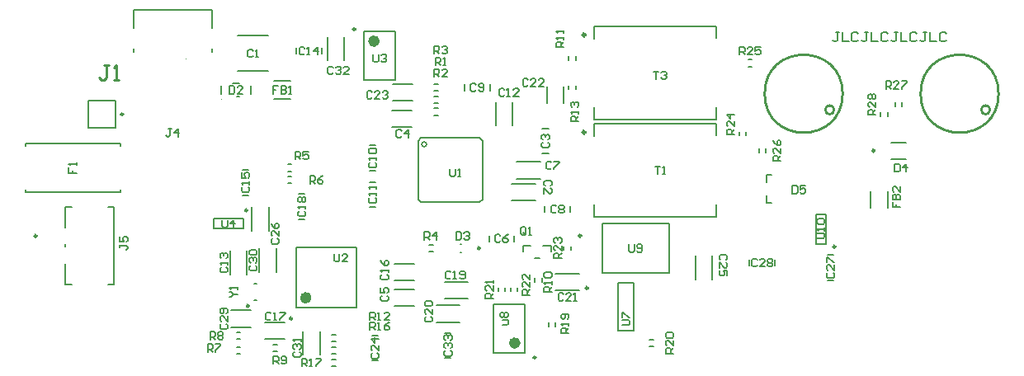
<source format=gto>
G04*
G04 #@! TF.GenerationSoftware,Altium Limited,Altium Designer,23.2.1 (34)*
G04*
G04 Layer_Color=65535*
%FSLAX44Y44*%
%MOMM*%
G71*
G04*
G04 #@! TF.SameCoordinates,C9E59ACA-6E94-426F-9901-F0231D443E17*
G04*
G04*
G04 #@! TF.FilePolarity,Positive*
G04*
G01*
G75*
%ADD10C,0.6000*%
%ADD11C,0.2500*%
%ADD12C,0.3000*%
%ADD13C,0.2032*%
%ADD14C,0.1000*%
%ADD15C,0.2540*%
%ADD16C,0.2000*%
%ADD17C,0.1270*%
D10*
X314500Y79000D02*
G03*
X314500Y79000I-3000J0D01*
G01*
X529000Y32500D02*
G03*
X529000Y32500I-3000J0D01*
G01*
X384500Y342500D02*
G03*
X384500Y342500I-3000J0D01*
G01*
D11*
X297500Y57750D02*
G03*
X297500Y57750I-1250J0D01*
G01*
X124250Y267500D02*
G03*
X124250Y267500I-1250J0D01*
G01*
X594250Y142700D02*
G03*
X594250Y142700I-1250J0D01*
G01*
X547500Y17775D02*
G03*
X547500Y17775I-1250J0D01*
G01*
X895250Y230000D02*
G03*
X895250Y230000I-1250J0D01*
G01*
X601268Y89050D02*
G03*
X601268Y89050I-1250J0D01*
G01*
X253250Y70750D02*
G03*
X253250Y70750I-1250J0D01*
G01*
X35500Y142500D02*
G03*
X35500Y142500I-1250J0D01*
G01*
X490250Y130000D02*
G03*
X490250Y130000I-1250J0D01*
G01*
X855000Y131500D02*
G03*
X855000Y131500I-1250J0D01*
G01*
X362500Y354800D02*
G03*
X362500Y354800I-1250J0D01*
G01*
X251750Y168750D02*
G03*
X251750Y168750I-1250J0D01*
G01*
D12*
X598414Y349000D02*
G03*
X598414Y349000I-1414J0D01*
G01*
Y249000D02*
G03*
X598414Y249000I-1414J0D01*
G01*
D13*
X435499Y236500D02*
G03*
X435499Y236500I-2499J0D01*
G01*
X490000Y243000D02*
X493000Y240000D01*
X490000Y177000D02*
X493000Y180000D01*
X427000D02*
X430000Y177000D01*
X427000Y180000D02*
Y240000D01*
X430000Y243000D01*
X490000D01*
X493000Y180000D02*
Y240000D01*
X430000Y177000D02*
X490000D01*
D14*
X188500Y324254D02*
G03*
X188500Y324254I-500J0D01*
G01*
X225000Y282500D02*
G03*
X225000Y282500I-500J0D01*
G01*
D15*
X1013699Y272000D02*
G03*
X1013699Y272000I-4579J0D01*
G01*
X1022450Y288510D02*
G03*
X1022450Y288510I-40000J0D01*
G01*
X862450D02*
G03*
X862450Y288510I-40000J0D01*
G01*
X853699Y272000D02*
G03*
X853699Y272000I-4579J0D01*
G01*
X110000Y317617D02*
X104922D01*
X107461D01*
Y304922D01*
X104922Y302383D01*
X102382D01*
X99843Y304922D01*
X115078Y302383D02*
X120157D01*
X117618D01*
Y317617D01*
X115078Y315078D01*
D16*
X546064Y119770D02*
X551396D01*
X563230Y126546D02*
Y132770D01*
X534230D02*
X542246D01*
X555214D02*
X563230D01*
X534230Y126546D02*
Y132770D01*
X251061Y102939D02*
Y127061D01*
X233939Y102939D02*
Y127061D01*
X363500Y69000D02*
Y131000D01*
X301500Y69000D02*
Y131000D01*
X363500D01*
X301500Y69000D02*
X363500D01*
X135000Y331740D02*
Y334740D01*
Y374740D02*
X215000D01*
X135000Y355740D02*
Y374740D01*
X215000Y355740D02*
Y374740D01*
Y331740D02*
Y334740D01*
X116500Y253500D02*
Y281500D01*
X88500Y253500D02*
X116500D01*
X88500D02*
Y281500D01*
X88500Y281500D02*
X116500D01*
X225000Y288000D02*
Y297000D01*
X255000Y288000D02*
Y297000D01*
X240500Y285500D02*
X243500D01*
X236500Y299500D02*
X243500D01*
X615500Y104500D02*
Y155500D01*
X684500Y104500D02*
Y155500D01*
X615500D02*
X684500D01*
X615500Y104500D02*
X684500D01*
X581500Y293000D02*
Y297000D01*
X588500Y293000D02*
Y297000D01*
X504000Y72500D02*
X536000D01*
X504000Y22500D02*
X536000D01*
X504000D02*
Y72500D01*
X536000Y22500D02*
Y72500D01*
X784233Y176350D02*
X789456D01*
X784233Y197534D02*
Y205350D01*
Y176350D02*
Y184166D01*
Y205350D02*
X789456D01*
X912500Y238500D02*
X927500D01*
X912500Y221500D02*
X927500D01*
X632210Y94525D02*
X647790D01*
Y45475D02*
Y94525D01*
X632210Y45475D02*
X647790D01*
X632210D02*
Y94525D01*
X401209Y298500D02*
X421331D01*
X401209Y281500D02*
X421331D01*
X281061Y105439D02*
Y129561D01*
X263939Y105439D02*
Y129561D01*
X576000Y279000D02*
Y296000D01*
X559000Y279000D02*
Y296000D01*
X242016Y348016D02*
X272984D01*
X242016Y311984D02*
X272984D01*
X258500Y93250D02*
X261500D01*
X258500Y76750D02*
X261500D01*
X909031Y171513D02*
Y188487D01*
X890969Y171513D02*
Y188487D01*
X108750Y172250D02*
X115000D01*
X65000D02*
X71250D01*
X65000Y92750D02*
Y113750D01*
Y131250D02*
Y133750D01*
Y151250D02*
Y172250D01*
X108750Y92750D02*
X115000D01*
X65000D02*
X71250D01*
X115000D02*
Y172250D01*
X470250Y125500D02*
X471250D01*
X470250Y134500D02*
X471250D01*
X121150Y187350D02*
Y189700D01*
Y235300D02*
Y237650D01*
X23850D02*
X121150D01*
X23850Y187350D02*
Y189700D01*
Y235300D02*
Y237650D01*
Y187350D02*
X121150D01*
X835000Y134000D02*
X845000D01*
X835000Y165000D02*
X845000D01*
Y134000D02*
Y165000D01*
X835000Y134000D02*
Y165000D01*
X371500Y302500D02*
X403500D01*
X371500Y352500D02*
X403500D01*
Y302500D02*
Y352500D01*
X371500Y302500D02*
Y352500D01*
X454500Y43000D02*
X460500D01*
X454500Y17000D02*
X460500D01*
X522939Y196061D02*
X547061D01*
X522939Y178939D02*
X547061D01*
X554500Y253000D02*
X560500D01*
X554500Y227000D02*
X560500D01*
X399939Y271000D02*
X420061D01*
X399939Y254000D02*
X420061D01*
X402439Y87454D02*
X422561D01*
X402439Y70454D02*
X422561D01*
X443000Y279000D02*
X447000D01*
X443000Y286000D02*
X447000D01*
X443000Y266500D02*
X447000D01*
X443000Y273500D02*
X447000D01*
X377000Y172000D02*
X383000D01*
X377000Y198000D02*
X383000D01*
X583000Y167000D02*
Y173000D01*
X557000Y167000D02*
Y173000D01*
X500500Y292000D02*
Y298000D01*
X474500Y292000D02*
Y298000D01*
X527939Y218561D02*
X552061D01*
X527939Y201439D02*
X552061D01*
X377000Y209500D02*
X383000D01*
X377000Y235500D02*
X383000D01*
X525500Y137000D02*
Y143000D01*
X499500Y137000D02*
Y143000D01*
X438000Y126500D02*
X442000D01*
X438000Y133500D02*
X442000D01*
X443000Y291500D02*
X447000D01*
X443000Y298500D02*
X447000D01*
X453879Y78045D02*
X478000D01*
X453879Y95167D02*
X478000D01*
X304500Y185500D02*
X310500D01*
X304500Y159500D02*
X310500D01*
X302000Y329500D02*
Y335500D01*
X328000Y329500D02*
Y335500D01*
X402439Y113500D02*
X422561D01*
X402439Y96500D02*
X422561D01*
X567939Y103561D02*
X592061D01*
X567939Y86439D02*
X592061D01*
X506439Y255669D02*
Y279791D01*
X523561Y255669D02*
Y279791D01*
X246750Y184500D02*
X252750D01*
X246750Y210500D02*
X252750D01*
X269939Y53500D02*
X290061D01*
X269939Y36500D02*
X290061D01*
X445439Y53939D02*
X469561D01*
X445439Y71061D02*
X469561D01*
X279013Y283469D02*
X295987D01*
X279013Y301531D02*
X295987D01*
X293000Y203500D02*
X297000D01*
X293000Y196500D02*
X297000D01*
X240500Y36500D02*
X244500D01*
X240500Y43500D02*
X244500D01*
X293000Y216000D02*
X297000D01*
X293000Y209000D02*
X297000D01*
X278000Y31000D02*
X282000D01*
X278000Y24000D02*
X282000D01*
X240500Y21500D02*
X244500D01*
X240500Y28500D02*
X244500D01*
X248000Y150000D02*
Y160000D01*
X217000Y150000D02*
Y160000D01*
X248000D01*
X217000Y150000D02*
X248000D01*
X379500Y40500D02*
X385500D01*
X379500Y14500D02*
X385500D01*
X338000Y34000D02*
X342000D01*
X338000Y41000D02*
X342000D01*
X338000Y21500D02*
X342000D01*
X338000Y28500D02*
X342000D01*
X338000Y9000D02*
X342000D01*
X338000Y16000D02*
X342000D01*
X728561Y97939D02*
Y122061D01*
X711439Y97939D02*
Y122061D01*
X273561Y147939D02*
Y172061D01*
X256439Y147939D02*
Y172061D01*
X847000Y123000D02*
X853000D01*
X847000Y97000D02*
X853000D01*
X767000Y111750D02*
Y117750D01*
X793000Y111750D02*
Y117750D01*
X234939Y49000D02*
X255061D01*
X234939Y66000D02*
X255061D01*
X326061Y20439D02*
Y44561D01*
X308939Y20439D02*
Y44561D01*
X333939Y322939D02*
Y347061D01*
X351061Y322939D02*
Y347061D01*
X567770Y49770D02*
Y53770D01*
X560770Y49770D02*
Y53770D01*
X664246Y28871D02*
X668246D01*
X664246Y35871D02*
X668246D01*
X509000Y85500D02*
Y89500D01*
X516000Y85500D02*
Y89500D01*
X521500Y85500D02*
Y89500D01*
X528500Y85500D02*
Y89500D01*
X583500Y128000D02*
Y132000D01*
X576500Y128000D02*
Y132000D01*
X763500Y245500D02*
Y249500D01*
X756500Y245500D02*
Y249500D01*
X765500Y316500D02*
X769500D01*
X765500Y323500D02*
X769500D01*
X783500Y228000D02*
Y232000D01*
X776500Y228000D02*
Y232000D01*
X923500Y275500D02*
Y279500D01*
X916500Y275500D02*
Y279500D01*
X901500Y265500D02*
Y269500D01*
X908500Y265500D02*
Y269500D01*
X553810Y95129D02*
Y99129D01*
X546809Y95129D02*
Y99129D01*
X588500Y323000D02*
Y327000D01*
X581500Y323000D02*
Y327000D01*
X858664Y351997D02*
X855332D01*
X856998D01*
Y343666D01*
X855332Y342000D01*
X853666D01*
X852000Y343666D01*
X861997Y351997D02*
Y342000D01*
X868661D01*
X878658Y350331D02*
X876992Y351997D01*
X873660D01*
X871994Y350331D01*
Y343666D01*
X873660Y342000D01*
X876992D01*
X878658Y343666D01*
X888655Y351997D02*
X885323D01*
X886989D01*
Y343666D01*
X885323Y342000D01*
X883656D01*
X881990Y343666D01*
X891987Y351997D02*
Y342000D01*
X898652D01*
X908648Y350331D02*
X906982Y351997D01*
X903650D01*
X901984Y350331D01*
Y343666D01*
X903650Y342000D01*
X906982D01*
X908648Y343666D01*
X918645Y351997D02*
X915313D01*
X916979D01*
Y343666D01*
X915313Y342000D01*
X913647D01*
X911981Y343666D01*
X921977Y351997D02*
Y342000D01*
X928642D01*
X938639Y350331D02*
X936973Y351997D01*
X933640D01*
X931974Y350331D01*
Y343666D01*
X933640Y342000D01*
X936973D01*
X938639Y343666D01*
X948635Y351997D02*
X945303D01*
X946969D01*
Y343666D01*
X945303Y342000D01*
X943637D01*
X941971Y343666D01*
X951968Y351997D02*
Y342000D01*
X958632D01*
X968629Y350331D02*
X966963Y351997D01*
X963631D01*
X961965Y350331D01*
Y343666D01*
X963631Y342000D01*
X966963D01*
X968629Y343666D01*
D17*
X607500Y262000D02*
Y274500D01*
Y345000D02*
Y358000D01*
X732500Y262000D02*
Y275000D01*
Y345500D02*
Y358000D01*
X607500Y262000D02*
X732500D01*
X607500Y358000D02*
X732500D01*
X607500Y162000D02*
Y174500D01*
Y245000D02*
Y258000D01*
X732500Y162000D02*
Y175000D01*
Y245500D02*
Y258000D01*
X607500Y162000D02*
X732500D01*
X607500Y258000D02*
X732500D01*
X751498Y246837D02*
X743501D01*
Y250836D01*
X744834Y252169D01*
X747500D01*
X748833Y250836D01*
Y246837D01*
Y249503D02*
X751498Y252169D01*
Y260166D02*
Y254834D01*
X746167Y260166D01*
X744834D01*
X743501Y258833D01*
Y256167D01*
X744834Y254834D01*
X751498Y266831D02*
X743501D01*
X747500Y262832D01*
Y268164D01*
X254834Y112168D02*
X253501Y110836D01*
Y108170D01*
X254834Y106837D01*
X260166D01*
X261499Y108170D01*
Y110836D01*
X260166Y112168D01*
X254834Y114834D02*
X253501Y116167D01*
Y118833D01*
X254834Y120166D01*
X256167D01*
X257500Y118833D01*
Y117500D01*
Y118833D01*
X258833Y120166D01*
X260166D01*
X261499Y118833D01*
Y116167D01*
X260166Y114834D01*
X254834Y122832D02*
X253501Y124164D01*
Y126830D01*
X254834Y128163D01*
X260166D01*
X261499Y126830D01*
Y124164D01*
X260166Y122832D01*
X254834D01*
X379668Y290166D02*
X378335Y291499D01*
X375670D01*
X374337Y290166D01*
Y284834D01*
X375670Y283501D01*
X378335D01*
X379668Y284834D01*
X387666Y283501D02*
X382334D01*
X387666Y288833D01*
Y290166D01*
X386333Y291499D01*
X383667D01*
X382334Y290166D01*
X390332D02*
X391665Y291499D01*
X394330D01*
X395663Y290166D01*
Y288833D01*
X394330Y287500D01*
X392997D01*
X394330D01*
X395663Y286167D01*
Y284834D01*
X394330Y283501D01*
X391665D01*
X390332Y284834D01*
X591499Y260003D02*
X583501D01*
Y264002D01*
X584834Y265335D01*
X587500D01*
X588833Y264002D01*
Y260003D01*
Y262669D02*
X591499Y265335D01*
Y268001D02*
Y270667D01*
Y269334D01*
X583501D01*
X584834Y268001D01*
Y274665D02*
X583501Y275998D01*
Y278664D01*
X584834Y279997D01*
X586167D01*
X587500Y278664D01*
Y277331D01*
Y278664D01*
X588833Y279997D01*
X590166D01*
X591499Y278664D01*
Y275998D01*
X590166Y274665D01*
X576499Y336336D02*
X568501D01*
Y340335D01*
X569834Y341668D01*
X572500D01*
X573833Y340335D01*
Y336336D01*
Y339002D02*
X576499Y341668D01*
Y344334D02*
Y346999D01*
Y345667D01*
X568501D01*
X569834Y344334D01*
X576499Y350998D02*
Y353664D01*
Y352331D01*
X568501D01*
X569834Y350998D01*
X539668Y302666D02*
X538335Y303999D01*
X535670D01*
X534337Y302666D01*
Y297334D01*
X535670Y296001D01*
X538335D01*
X539668Y297334D01*
X547666Y296001D02*
X542334D01*
X547666Y301333D01*
Y302666D01*
X546333Y303999D01*
X543667D01*
X542334Y302666D01*
X555663Y296001D02*
X550332D01*
X555663Y301333D01*
Y302666D01*
X554330Y303999D01*
X551665D01*
X550332Y302666D01*
X563999Y85003D02*
X556001D01*
Y89002D01*
X557334Y90335D01*
X560000D01*
X561333Y89002D01*
Y85003D01*
Y87669D02*
X563999Y90335D01*
Y93001D02*
Y95666D01*
Y94333D01*
X556001D01*
X557334Y93001D01*
Y99665D02*
X556001Y100998D01*
Y103664D01*
X557334Y104997D01*
X562666D01*
X563999Y103664D01*
Y100998D01*
X562666Y99665D01*
X557334D01*
X537500Y144834D02*
Y150166D01*
X536167Y151499D01*
X533501D01*
X532168Y150166D01*
Y144834D01*
X533501Y143501D01*
X536167D01*
X534834Y146167D02*
X537500Y143501D01*
X536167D02*
X537500Y144834D01*
X540166Y143501D02*
X542832D01*
X541499D01*
Y151499D01*
X540166Y150166D01*
X224834Y110335D02*
X223501Y109002D01*
Y106336D01*
X224834Y105003D01*
X230166D01*
X231499Y106336D01*
Y109002D01*
X230166Y110335D01*
X231499Y113001D02*
Y115667D01*
Y114334D01*
X223501D01*
X224834Y113001D01*
Y119665D02*
X223501Y120998D01*
Y123664D01*
X224834Y124997D01*
X226167D01*
X227500Y123664D01*
Y122331D01*
Y123664D01*
X228833Y124997D01*
X230166D01*
X231499Y123664D01*
Y120998D01*
X230166Y119665D01*
X233501Y79668D02*
X234834D01*
X237500Y82334D01*
X234834Y85000D01*
X233501D01*
X237500Y82334D02*
X241499D01*
Y87666D02*
Y90332D01*
Y88999D01*
X233501D01*
X234834Y87666D01*
X636001Y50835D02*
X642666D01*
X643999Y52168D01*
Y54834D01*
X642666Y56167D01*
X636001D01*
Y58833D02*
Y64165D01*
X637334D01*
X642666Y58833D01*
X643999D01*
X121001Y133667D02*
Y131001D01*
Y132334D01*
X127666D01*
X128999Y131001D01*
Y129668D01*
X127666Y128336D01*
X121001Y141664D02*
Y136333D01*
X125000D01*
X123667Y138999D01*
Y140332D01*
X125000Y141664D01*
X127666D01*
X128999Y140332D01*
Y137666D01*
X127666Y136333D01*
X68501Y212500D02*
Y207168D01*
X72500D01*
Y209834D01*
Y207168D01*
X76499D01*
Y215166D02*
Y217832D01*
Y216499D01*
X68501D01*
X69834Y215166D01*
X173617Y252509D02*
X170951D01*
X172284D01*
Y245844D01*
X170951Y244511D01*
X169618D01*
X168286Y245844D01*
X180282Y244511D02*
Y252509D01*
X176283Y248510D01*
X181614D01*
X668335Y311499D02*
X673667D01*
X671001D01*
Y303501D01*
X676333Y310166D02*
X677666Y311499D01*
X680332D01*
X681665Y310166D01*
Y308833D01*
X680332Y307500D01*
X678999D01*
X680332D01*
X681665Y306167D01*
Y304834D01*
X680332Y303501D01*
X677666D01*
X676333Y304834D01*
X896499Y266837D02*
X888501D01*
Y270835D01*
X889834Y272168D01*
X892500D01*
X893833Y270835D01*
Y266837D01*
Y269503D02*
X896499Y272168D01*
Y280166D02*
Y274834D01*
X891167Y280166D01*
X889834D01*
X888501Y278833D01*
Y276167D01*
X889834Y274834D01*
Y282832D02*
X888501Y284165D01*
Y286830D01*
X889834Y288163D01*
X891167D01*
X892500Y286830D01*
X893833Y288163D01*
X895166D01*
X896499Y286830D01*
Y284165D01*
X895166Y282832D01*
X893833D01*
X892500Y284165D01*
X891167Y282832D01*
X889834D01*
X892500Y284165D02*
Y286830D01*
X906837Y293501D02*
Y301499D01*
X910835D01*
X912168Y300166D01*
Y297500D01*
X910835Y296167D01*
X906837D01*
X909503D02*
X912168Y293501D01*
X920166D02*
X914834D01*
X920166Y298833D01*
Y300166D01*
X918833Y301499D01*
X916167D01*
X914834Y300166D01*
X922832Y301499D02*
X928163D01*
Y300166D01*
X922832Y294834D01*
Y293501D01*
X798999Y219337D02*
X791001D01*
Y223335D01*
X792334Y224668D01*
X795000D01*
X796333Y223335D01*
Y219337D01*
Y222003D02*
X798999Y224668D01*
Y232666D02*
Y227334D01*
X793667Y232666D01*
X792334D01*
X791001Y231333D01*
Y228667D01*
X792334Y227334D01*
X791001Y240663D02*
X792334Y237997D01*
X795000Y235332D01*
X797666D01*
X798999Y236665D01*
Y239330D01*
X797666Y240663D01*
X796333D01*
X795000Y239330D01*
Y235332D01*
X836001Y140003D02*
X842666D01*
X843999Y141336D01*
Y144002D01*
X842666Y145335D01*
X836001D01*
X843999Y148001D02*
Y150667D01*
Y149334D01*
X836001D01*
X837334Y148001D01*
Y154665D02*
X836001Y155998D01*
Y158664D01*
X837334Y159997D01*
X842666D01*
X843999Y158664D01*
Y155998D01*
X842666Y154665D01*
X837334D01*
X643335Y133999D02*
Y127334D01*
X644668Y126001D01*
X647334D01*
X648667Y127334D01*
Y133999D01*
X651333Y127334D02*
X652666Y126001D01*
X655332D01*
X656665Y127334D01*
Y132666D01*
X655332Y133999D01*
X652666D01*
X651333Y132666D01*
Y131333D01*
X652666Y130000D01*
X656665D01*
X513667Y50835D02*
X517666D01*
X518999Y52168D01*
Y56167D01*
X513667D01*
X512334Y58833D02*
X511001Y60166D01*
Y62832D01*
X512334Y64165D01*
X513667D01*
X515000Y62832D01*
X516333Y64165D01*
X517666D01*
X518999Y62832D01*
Y60166D01*
X517666Y58833D01*
X516333D01*
X515000Y60166D01*
X513667Y58833D01*
X512334D01*
X515000Y60166D02*
Y62832D01*
X756837Y328501D02*
Y336499D01*
X760835D01*
X762168Y335166D01*
Y332500D01*
X760835Y331167D01*
X756837D01*
X759503D02*
X762168Y328501D01*
X770166D02*
X764834D01*
X770166Y333833D01*
Y335166D01*
X768833Y336499D01*
X766167D01*
X764834Y335166D01*
X778163Y336499D02*
X772832D01*
Y332500D01*
X775497Y333833D01*
X776830D01*
X778163Y332500D01*
Y329834D01*
X776830Y328501D01*
X774165D01*
X772832Y329834D01*
X573999Y119337D02*
X566001D01*
Y123336D01*
X567334Y124668D01*
X570000D01*
X571333Y123336D01*
Y119337D01*
Y122003D02*
X573999Y124668D01*
Y132666D02*
Y127334D01*
X568667Y132666D01*
X567334D01*
X566001Y131333D01*
Y128667D01*
X567334Y127334D01*
Y135332D02*
X566001Y136664D01*
Y139330D01*
X567334Y140663D01*
X568667D01*
X570000Y139330D01*
Y137997D01*
Y139330D01*
X571333Y140663D01*
X572666D01*
X573999Y139330D01*
Y136664D01*
X572666Y135332D01*
X541499Y81837D02*
X533501D01*
Y85836D01*
X534834Y87168D01*
X537500D01*
X538833Y85836D01*
Y81837D01*
Y84503D02*
X541499Y87168D01*
Y95166D02*
Y89834D01*
X536167Y95166D01*
X534834D01*
X533501Y93833D01*
Y91167D01*
X534834Y89834D01*
X541499Y103163D02*
Y97832D01*
X536167Y103163D01*
X534834D01*
X533501Y101830D01*
Y99164D01*
X534834Y97832D01*
X503999Y78170D02*
X496001D01*
Y82168D01*
X497334Y83501D01*
X500000D01*
X501333Y82168D01*
Y78170D01*
Y80836D02*
X503999Y83501D01*
Y91499D02*
Y86167D01*
X498667Y91499D01*
X497334D01*
X496001Y90166D01*
Y87500D01*
X497334Y86167D01*
X503999Y94164D02*
Y96830D01*
Y95497D01*
X496001D01*
X497334Y94164D01*
X688999Y21837D02*
X681001D01*
Y25835D01*
X682334Y27168D01*
X685000D01*
X686333Y25835D01*
Y21837D01*
Y24503D02*
X688999Y27168D01*
Y35166D02*
Y29834D01*
X683667Y35166D01*
X682334D01*
X681001Y33833D01*
Y31167D01*
X682334Y29834D01*
Y37832D02*
X681001Y39165D01*
Y41830D01*
X682334Y43163D01*
X687666D01*
X688999Y41830D01*
Y39165D01*
X687666Y37832D01*
X682334D01*
X581499Y42503D02*
X573501D01*
Y46502D01*
X574834Y47835D01*
X577500D01*
X578833Y46502D01*
Y42503D01*
Y45169D02*
X581499Y47835D01*
Y50501D02*
Y53166D01*
Y51834D01*
X573501D01*
X574834Y50501D01*
X580166Y57165D02*
X581499Y58498D01*
Y61164D01*
X580166Y62497D01*
X574834D01*
X573501Y61164D01*
Y58498D01*
X574834Y57165D01*
X576167D01*
X577500Y58498D01*
Y62497D01*
X913501Y177168D02*
Y171837D01*
X917500D01*
Y174503D01*
Y171837D01*
X921499D01*
X913501Y179834D02*
X921499D01*
Y183833D01*
X920166Y185166D01*
X918833D01*
X917500Y183833D01*
Y179834D01*
Y183833D01*
X916167Y185166D01*
X914834D01*
X913501Y183833D01*
Y179834D01*
X921499Y193163D02*
Y187832D01*
X916167Y193163D01*
X914834D01*
X913501Y191830D01*
Y189165D01*
X914834Y187832D01*
X810835Y193999D02*
Y186001D01*
X814834D01*
X816167Y187334D01*
Y192666D01*
X814834Y193999D01*
X810835D01*
X824165D02*
X818833D01*
Y190000D01*
X821499Y191333D01*
X822832D01*
X824165Y190000D01*
Y187334D01*
X822832Y186001D01*
X820166D01*
X818833Y187334D01*
X915835Y216499D02*
Y208501D01*
X919834D01*
X921167Y209834D01*
Y215166D01*
X919834Y216499D01*
X915835D01*
X927832Y208501D02*
Y216499D01*
X923833Y212500D01*
X929165D01*
X454834Y24668D02*
X453501Y23335D01*
Y20670D01*
X454834Y19337D01*
X460166D01*
X461499Y20670D01*
Y23335D01*
X460166Y24668D01*
X454834Y27334D02*
X453501Y28667D01*
Y31333D01*
X454834Y32666D01*
X456167D01*
X457500Y31333D01*
Y30000D01*
Y31333D01*
X458833Y32666D01*
X460166D01*
X461499Y31333D01*
Y28667D01*
X460166Y27334D01*
X454834Y35332D02*
X453501Y36665D01*
Y39330D01*
X454834Y40663D01*
X456167D01*
X457500Y39330D01*
Y37997D01*
Y39330D01*
X458833Y40663D01*
X460166D01*
X461499Y39330D01*
Y36665D01*
X460166Y35332D01*
X339668Y315166D02*
X338335Y316499D01*
X335670D01*
X334337Y315166D01*
Y309834D01*
X335670Y308501D01*
X338335D01*
X339668Y309834D01*
X342334Y315166D02*
X343667Y316499D01*
X346333D01*
X347666Y315166D01*
Y313833D01*
X346333Y312500D01*
X345000D01*
X346333D01*
X347666Y311167D01*
Y309834D01*
X346333Y308501D01*
X343667D01*
X342334Y309834D01*
X355663Y308501D02*
X350332D01*
X355663Y313833D01*
Y315166D01*
X354330Y316499D01*
X351665D01*
X350332Y315166D01*
X299834Y23501D02*
X298501Y22168D01*
Y19503D01*
X299834Y18170D01*
X305166D01*
X306499Y19503D01*
Y22168D01*
X305166Y23501D01*
X299834Y26167D02*
X298501Y27500D01*
Y30166D01*
X299834Y31499D01*
X301167D01*
X302500Y30166D01*
Y28833D01*
Y30166D01*
X303833Y31499D01*
X305166D01*
X306499Y30166D01*
Y27500D01*
X305166Y26167D01*
X306499Y34165D02*
Y36830D01*
Y35497D01*
X298501D01*
X299834Y34165D01*
X224834Y52168D02*
X223501Y50835D01*
Y48170D01*
X224834Y46837D01*
X230166D01*
X231499Y48170D01*
Y50835D01*
X230166Y52168D01*
X231499Y60166D02*
Y54834D01*
X226167Y60166D01*
X224834D01*
X223501Y58833D01*
Y56167D01*
X224834Y54834D01*
X230166Y62832D02*
X231499Y64165D01*
Y66830D01*
X230166Y68163D01*
X224834D01*
X223501Y66830D01*
Y64165D01*
X224834Y62832D01*
X226167D01*
X227500Y64165D01*
Y68163D01*
X774668Y117666D02*
X773335Y118999D01*
X770670D01*
X769337Y117666D01*
Y112334D01*
X770670Y111001D01*
X773335D01*
X774668Y112334D01*
X782666Y111001D02*
X777334D01*
X782666Y116333D01*
Y117666D01*
X781333Y118999D01*
X778667D01*
X777334Y117666D01*
X785332D02*
X786665Y118999D01*
X789330D01*
X790663Y117666D01*
Y116333D01*
X789330Y115000D01*
X790663Y113667D01*
Y112334D01*
X789330Y111001D01*
X786665D01*
X785332Y112334D01*
Y113667D01*
X786665Y115000D01*
X785332Y116333D01*
Y117666D01*
X786665Y115000D02*
X789330D01*
X847334Y104668D02*
X846001Y103336D01*
Y100670D01*
X847334Y99337D01*
X852666D01*
X853999Y100670D01*
Y103336D01*
X852666Y104668D01*
X853999Y112666D02*
Y107334D01*
X848667Y112666D01*
X847334D01*
X846001Y111333D01*
Y108667D01*
X847334Y107334D01*
X846001Y115332D02*
Y120663D01*
X847334D01*
X852666Y115332D01*
X853999D01*
X277334Y139668D02*
X276001Y138336D01*
Y135670D01*
X277334Y134337D01*
X282666D01*
X283999Y135670D01*
Y138336D01*
X282666Y139668D01*
X283999Y147666D02*
Y142334D01*
X278667Y147666D01*
X277334D01*
X276001Y146333D01*
Y143667D01*
X277334Y142334D01*
X276001Y155663D02*
X277334Y152997D01*
X280000Y150332D01*
X282666D01*
X283999Y151664D01*
Y154330D01*
X282666Y155663D01*
X281333D01*
X280000Y154330D01*
Y150332D01*
X742666Y117832D02*
X743999Y119164D01*
Y121830D01*
X742666Y123163D01*
X737334D01*
X736001Y121830D01*
Y119164D01*
X737334Y117832D01*
X736001Y109834D02*
Y115166D01*
X741333Y109834D01*
X742666D01*
X743999Y111167D01*
Y113833D01*
X742666Y115166D01*
X743999Y101837D02*
Y107168D01*
X740000D01*
X741333Y104503D01*
Y103170D01*
X740000Y101837D01*
X737334D01*
X736001Y103170D01*
Y105835D01*
X737334Y107168D01*
X307503Y8501D02*
Y16499D01*
X311502D01*
X312835Y15166D01*
Y12500D01*
X311502Y11167D01*
X307503D01*
X310169D02*
X312835Y8501D01*
X315501D02*
X318166D01*
X316834D01*
Y16499D01*
X315501Y15166D01*
X322165Y16499D02*
X327497D01*
Y15166D01*
X322165Y9834D01*
Y8501D01*
X377503Y46001D02*
Y53999D01*
X381502D01*
X382835Y52666D01*
Y50000D01*
X381502Y48667D01*
X377503D01*
X380169D02*
X382835Y46001D01*
X385501D02*
X388167D01*
X386834D01*
Y53999D01*
X385501Y52666D01*
X397497Y53999D02*
X394831Y52666D01*
X392165Y50000D01*
Y47334D01*
X393498Y46001D01*
X396164D01*
X397497Y47334D01*
Y48667D01*
X396164Y50000D01*
X392165D01*
X377503Y56001D02*
Y63999D01*
X381502D01*
X382835Y62666D01*
Y60000D01*
X381502Y58667D01*
X377503D01*
X380169D02*
X382835Y56001D01*
X385501D02*
X388167D01*
X386834D01*
Y63999D01*
X385501Y62666D01*
X397497Y56001D02*
X392165D01*
X397497Y61333D01*
Y62666D01*
X396164Y63999D01*
X393498D01*
X392165Y62666D01*
X379834Y22168D02*
X378501Y20835D01*
Y18170D01*
X379834Y16837D01*
X385166D01*
X386499Y18170D01*
Y20835D01*
X385166Y22168D01*
X386499Y30166D02*
Y24834D01*
X381167Y30166D01*
X379834D01*
X378501Y28833D01*
Y26167D01*
X379834Y24834D01*
X386499Y36830D02*
X378501D01*
X382500Y32832D01*
Y38163D01*
X340835Y123999D02*
Y117334D01*
X342168Y116001D01*
X344834D01*
X346167Y117334D01*
Y123999D01*
X354165Y116001D02*
X348833D01*
X354165Y121333D01*
Y122666D01*
X352832Y123999D01*
X350166D01*
X348833Y122666D01*
X380835Y328999D02*
Y322334D01*
X382168Y321001D01*
X384834D01*
X386167Y322334D01*
Y328999D01*
X388833Y327666D02*
X390166Y328999D01*
X392832D01*
X394165Y327666D01*
Y326333D01*
X392832Y325000D01*
X391499D01*
X392832D01*
X394165Y323667D01*
Y322334D01*
X392832Y321001D01*
X390166D01*
X388833Y322334D01*
X225835Y158999D02*
Y152334D01*
X227168Y151001D01*
X229834D01*
X231167Y152334D01*
Y158999D01*
X237832Y151001D02*
Y158999D01*
X233833Y155000D01*
X239165D01*
X210835Y23501D02*
Y31499D01*
X214834D01*
X216167Y30166D01*
Y27500D01*
X214834Y26167D01*
X210835D01*
X213501D02*
X216167Y23501D01*
X218833Y31499D02*
X224165D01*
Y30166D01*
X218833Y24834D01*
Y23501D01*
X278335Y11001D02*
Y18999D01*
X282334D01*
X283667Y17666D01*
Y15000D01*
X282334Y13667D01*
X278335D01*
X281001D02*
X283667Y11001D01*
X286333Y12334D02*
X287666Y11001D01*
X290332D01*
X291665Y12334D01*
Y17666D01*
X290332Y18999D01*
X287666D01*
X286333Y17666D01*
Y16333D01*
X287666Y15000D01*
X291665D01*
X300835Y221001D02*
Y228999D01*
X304834D01*
X306167Y227666D01*
Y225000D01*
X304834Y223667D01*
X300835D01*
X303501D02*
X306167Y221001D01*
X314165Y228999D02*
X308833D01*
Y225000D01*
X311499Y226333D01*
X312832D01*
X314165Y225000D01*
Y222334D01*
X312832Y221001D01*
X310166D01*
X308833Y222334D01*
X213335Y36001D02*
Y43999D01*
X217334D01*
X218667Y42666D01*
Y40000D01*
X217334Y38667D01*
X213335D01*
X216001D02*
X218667Y36001D01*
X221333Y42666D02*
X222666Y43999D01*
X225332D01*
X226665Y42666D01*
Y41333D01*
X225332Y40000D01*
X226665Y38667D01*
Y37334D01*
X225332Y36001D01*
X222666D01*
X221333Y37334D01*
Y38667D01*
X222666Y40000D01*
X221333Y41333D01*
Y42666D01*
X222666Y40000D02*
X225332D01*
X315835Y196001D02*
Y203999D01*
X319834D01*
X321167Y202666D01*
Y200000D01*
X319834Y198667D01*
X315835D01*
X318501D02*
X321167Y196001D01*
X329165Y203999D02*
X326499Y202666D01*
X323833Y200000D01*
Y197334D01*
X325166Y196001D01*
X327832D01*
X329165Y197334D01*
Y198667D01*
X327832Y200000D01*
X323833D01*
X283501Y296499D02*
X278170D01*
Y292500D01*
X280835D01*
X278170D01*
Y288501D01*
X286167Y296499D02*
Y288501D01*
X290166D01*
X291499Y289834D01*
Y291167D01*
X290166Y292500D01*
X286167D01*
X290166D01*
X291499Y293833D01*
Y295166D01*
X290166Y296499D01*
X286167D01*
X294165Y288501D02*
X296830D01*
X295497D01*
Y296499D01*
X294165Y295166D01*
X233335Y296499D02*
Y288501D01*
X237334D01*
X238667Y289834D01*
Y295166D01*
X237334Y296499D01*
X233335D01*
X246665Y288501D02*
X241333D01*
X246665Y293833D01*
Y295166D01*
X245332Y296499D01*
X242666D01*
X241333Y295166D01*
X434834Y59668D02*
X433501Y58335D01*
Y55670D01*
X434834Y54337D01*
X440166D01*
X441499Y55670D01*
Y58335D01*
X440166Y59668D01*
X441499Y67666D02*
Y62334D01*
X436167Y67666D01*
X434834D01*
X433501Y66333D01*
Y63667D01*
X434834Y62334D01*
Y70332D02*
X433501Y71665D01*
Y74330D01*
X434834Y75663D01*
X440166D01*
X441499Y74330D01*
Y71665D01*
X440166Y70332D01*
X434834D01*
X257500Y332666D02*
X256167Y333999D01*
X253501D01*
X252168Y332666D01*
Y327334D01*
X253501Y326001D01*
X256167D01*
X257500Y327334D01*
X260166Y326001D02*
X262832D01*
X261499D01*
Y333999D01*
X260166Y332666D01*
X275907Y62666D02*
X274574Y63999D01*
X271908D01*
X270575Y62666D01*
Y57334D01*
X271908Y56001D01*
X274574D01*
X275907Y57334D01*
X278573Y56001D02*
X281238D01*
X279905D01*
Y63999D01*
X278573Y62666D01*
X285237Y63999D02*
X290569D01*
Y62666D01*
X285237Y57334D01*
Y56001D01*
X247084Y192835D02*
X245751Y191502D01*
Y188836D01*
X247084Y187503D01*
X252416D01*
X253749Y188836D01*
Y191502D01*
X252416Y192835D01*
X253749Y195501D02*
Y198167D01*
Y196834D01*
X245751D01*
X247084Y195501D01*
X245751Y207497D02*
Y202165D01*
X249750D01*
X248417Y204831D01*
Y206164D01*
X249750Y207497D01*
X252416D01*
X253749Y206164D01*
Y203498D01*
X252416Y202165D01*
X515335Y292666D02*
X514002Y293999D01*
X511336D01*
X510003Y292666D01*
Y287334D01*
X511336Y286001D01*
X514002D01*
X515335Y287334D01*
X518001Y286001D02*
X520666D01*
X519334D01*
Y293999D01*
X518001Y292666D01*
X529997Y286001D02*
X524665D01*
X529997Y291333D01*
Y292666D01*
X528664Y293999D01*
X525998D01*
X524665Y292666D01*
X576001Y82666D02*
X574668Y83999D01*
X572003D01*
X570670Y82666D01*
Y77334D01*
X572003Y76001D01*
X574668D01*
X576001Y77334D01*
X583999Y76001D02*
X578667D01*
X583999Y81333D01*
Y82666D01*
X582666Y83999D01*
X580000D01*
X578667Y82666D01*
X586665Y76001D02*
X589330D01*
X587998D01*
Y83999D01*
X586665Y82666D01*
X389834Y102835D02*
X388501Y101502D01*
Y98836D01*
X389834Y97503D01*
X395166D01*
X396499Y98836D01*
Y101502D01*
X395166Y102835D01*
X396499Y105501D02*
Y108166D01*
Y106833D01*
X388501D01*
X389834Y105501D01*
X388501Y117497D02*
X389834Y114831D01*
X392500Y112165D01*
X395166D01*
X396499Y113498D01*
Y116164D01*
X395166Y117497D01*
X393833D01*
X392500Y116164D01*
Y112165D01*
X310335Y335166D02*
X309002Y336499D01*
X306336D01*
X305003Y335166D01*
Y329834D01*
X306336Y328501D01*
X309002D01*
X310335Y329834D01*
X313001Y328501D02*
X315667D01*
X314334D01*
Y336499D01*
X313001Y335166D01*
X323664Y328501D02*
Y336499D01*
X319665Y332500D01*
X324997D01*
X304834Y167835D02*
X303501Y166502D01*
Y163836D01*
X304834Y162503D01*
X310166D01*
X311499Y163836D01*
Y166502D01*
X310166Y167835D01*
X311499Y170501D02*
Y173167D01*
Y171834D01*
X303501D01*
X304834Y170501D01*
Y177165D02*
X303501Y178498D01*
Y181164D01*
X304834Y182497D01*
X306167D01*
X307500Y181164D01*
X308833Y182497D01*
X310166D01*
X311499Y181164D01*
Y178498D01*
X310166Y177165D01*
X308833D01*
X307500Y178498D01*
X306167Y177165D01*
X304834D01*
X307500Y178498D02*
Y181164D01*
X460335Y105166D02*
X459002Y106499D01*
X456336D01*
X455003Y105166D01*
Y99834D01*
X456336Y98501D01*
X459002D01*
X460335Y99834D01*
X463001Y98501D02*
X465667D01*
X464334D01*
Y106499D01*
X463001Y105166D01*
X469665Y99834D02*
X470998Y98501D01*
X473664D01*
X474997Y99834D01*
Y105166D01*
X473664Y106499D01*
X470998D01*
X469665Y105166D01*
Y103833D01*
X470998Y102500D01*
X474997D01*
X443335Y329576D02*
Y337574D01*
X447334D01*
X448667Y336241D01*
Y333575D01*
X447334Y332242D01*
X443335D01*
X446001D02*
X448667Y329576D01*
X451333Y336241D02*
X452666Y337574D01*
X455332D01*
X456665Y336241D01*
Y334908D01*
X455332Y333575D01*
X453999D01*
X455332D01*
X456665Y332242D01*
Y330909D01*
X455332Y329576D01*
X452666D01*
X451333Y330909D01*
X433335Y138501D02*
Y146499D01*
X437334D01*
X438667Y145166D01*
Y142500D01*
X437334Y141167D01*
X433335D01*
X436001D02*
X438667Y138501D01*
X445332D02*
Y146499D01*
X441333Y142500D01*
X446665D01*
X465835Y146499D02*
Y138501D01*
X469834D01*
X471167Y139834D01*
Y145166D01*
X469834Y146499D01*
X465835D01*
X473833Y145166D02*
X475166Y146499D01*
X477832D01*
X479165Y145166D01*
Y143833D01*
X477832Y142500D01*
X476499D01*
X477832D01*
X479165Y141167D01*
Y139834D01*
X477832Y138501D01*
X475166D01*
X473833Y139834D01*
X511167Y142666D02*
X509834Y143999D01*
X507168D01*
X505835Y142666D01*
Y137334D01*
X507168Y136001D01*
X509834D01*
X511167Y137334D01*
X519165Y143999D02*
X516499Y142666D01*
X513833Y140000D01*
Y137334D01*
X515166Y136001D01*
X517832D01*
X519165Y137334D01*
Y138667D01*
X517832Y140000D01*
X513833D01*
X377334Y217835D02*
X376001Y216502D01*
Y213836D01*
X377334Y212503D01*
X382666D01*
X383999Y213836D01*
Y216502D01*
X382666Y217835D01*
X383999Y220501D02*
Y223167D01*
Y221834D01*
X376001D01*
X377334Y220501D01*
Y227165D02*
X376001Y228498D01*
Y231164D01*
X377334Y232497D01*
X382666D01*
X383999Y231164D01*
Y228498D01*
X382666Y227165D01*
X377334D01*
X563667Y217666D02*
X562334Y218999D01*
X559668D01*
X558335Y217666D01*
Y212334D01*
X559668Y211001D01*
X562334D01*
X563667Y212334D01*
X566333Y218999D02*
X571665D01*
Y217666D01*
X566333Y212334D01*
Y211001D01*
X486167Y297666D02*
X484834Y298999D01*
X482168D01*
X480835Y297666D01*
Y292334D01*
X482168Y291001D01*
X484834D01*
X486167Y292334D01*
X488833D02*
X490166Y291001D01*
X492832D01*
X494165Y292334D01*
Y297666D01*
X492832Y298999D01*
X490166D01*
X488833Y297666D01*
Y296333D01*
X490166Y295000D01*
X494165D01*
X568667Y172666D02*
X567334Y173999D01*
X564668D01*
X563335Y172666D01*
Y167334D01*
X564668Y166001D01*
X567334D01*
X568667Y167334D01*
X571333Y172666D02*
X572666Y173999D01*
X575332D01*
X576665Y172666D01*
Y171333D01*
X575332Y170000D01*
X576665Y168667D01*
Y167334D01*
X575332Y166001D01*
X572666D01*
X571333Y167334D01*
Y168667D01*
X572666Y170000D01*
X571333Y171333D01*
Y172666D01*
X572666Y170000D02*
X575332D01*
X377334Y181668D02*
X376001Y180335D01*
Y177669D01*
X377334Y176336D01*
X382666D01*
X383999Y177669D01*
Y180335D01*
X382666Y181668D01*
X383999Y184334D02*
Y186999D01*
Y185667D01*
X376001D01*
X377334Y184334D01*
X383999Y190998D02*
Y193664D01*
Y192331D01*
X376001D01*
X377334Y190998D01*
X443335Y306001D02*
Y313999D01*
X447334D01*
X448667Y312666D01*
Y310000D01*
X447334Y308667D01*
X443335D01*
X446001D02*
X448667Y306001D01*
X456665D02*
X451333D01*
X456665Y311333D01*
Y312666D01*
X455332Y313999D01*
X452666D01*
X451333Y312666D01*
X444668Y317789D02*
Y325786D01*
X448667D01*
X450000Y324453D01*
Y321787D01*
X448667Y320454D01*
X444668D01*
X447334D02*
X450000Y317789D01*
X452666D02*
X455332D01*
X453999D01*
Y325786D01*
X452666Y324453D01*
X389834Y81167D02*
X388501Y79834D01*
Y77168D01*
X389834Y75835D01*
X395166D01*
X396499Y77168D01*
Y79834D01*
X395166Y81167D01*
X388501Y89164D02*
Y83833D01*
X392500D01*
X391167Y86499D01*
Y87832D01*
X392500Y89164D01*
X395166D01*
X396499Y87832D01*
Y85166D01*
X395166Y83833D01*
X409937Y250166D02*
X408604Y251499D01*
X405938D01*
X404605Y250166D01*
Y244834D01*
X405938Y243501D01*
X408604D01*
X409937Y244834D01*
X416602Y243501D02*
Y251499D01*
X412603Y247500D01*
X417934D01*
X554834Y238667D02*
X553501Y237334D01*
Y234668D01*
X554834Y233335D01*
X560166D01*
X561499Y234668D01*
Y237334D01*
X560166Y238667D01*
X554834Y241333D02*
X553501Y242666D01*
Y245332D01*
X554834Y246665D01*
X556167D01*
X557500Y245332D01*
Y243999D01*
Y245332D01*
X558833Y246665D01*
X560166D01*
X561499Y245332D01*
Y242666D01*
X560166Y241333D01*
X562741Y194047D02*
X564074Y195380D01*
Y198046D01*
X562741Y199378D01*
X557409D01*
X556076Y198046D01*
Y195380D01*
X557409Y194047D01*
X556076Y186049D02*
Y191381D01*
X561408Y186049D01*
X562741D01*
X564074Y187382D01*
Y190048D01*
X562741Y191381D01*
X459668Y211499D02*
Y204834D01*
X461001Y203501D01*
X463667D01*
X465000Y204834D01*
Y211499D01*
X467666Y203501D02*
X470332D01*
X468999D01*
Y211499D01*
X467666Y210166D01*
X669668Y213999D02*
X675000D01*
X672334D01*
Y206001D01*
X677666D02*
X680332D01*
X678999D01*
Y213999D01*
X677666Y212666D01*
M02*

</source>
